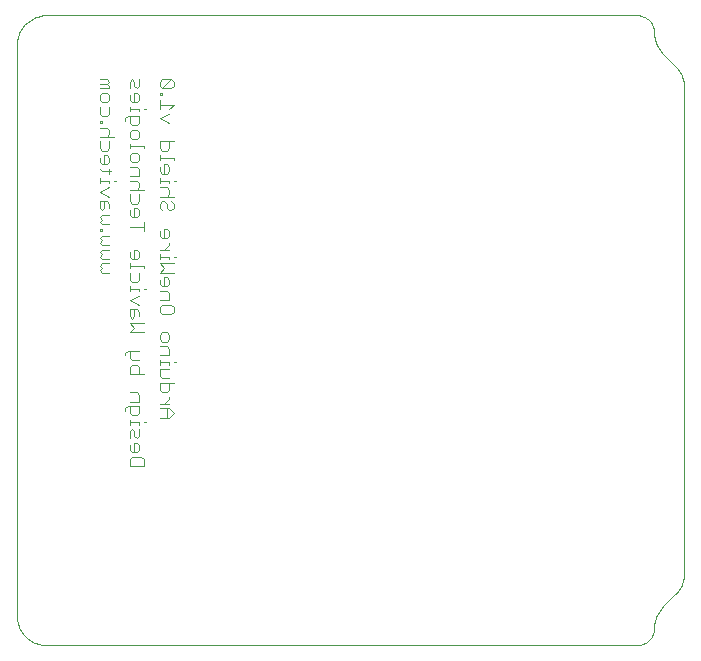
<source format=gbo>
G75*
G70*
%OFA0B0*%
%FSLAX24Y24*%
%IPPOS*%
%LPD*%
%AMOC8*
5,1,8,0,0,1.08239X$1,22.5*
%
%ADD10C,0.0040*%
%ADD11C,0.0000*%
D10*
X004707Y006913D02*
X004707Y007143D01*
X004784Y007220D01*
X005091Y007220D01*
X005168Y007143D01*
X005168Y006913D01*
X004707Y006913D01*
X004784Y007373D02*
X004937Y007373D01*
X005014Y007450D01*
X005014Y007603D01*
X004937Y007680D01*
X004861Y007680D01*
X004861Y007373D01*
X004784Y007373D02*
X004707Y007450D01*
X004707Y007603D01*
X004707Y007834D02*
X004707Y008064D01*
X004784Y008140D01*
X004861Y008064D01*
X004861Y007910D01*
X004937Y007834D01*
X005014Y007910D01*
X005014Y008140D01*
X005014Y008294D02*
X005014Y008371D01*
X004707Y008371D01*
X004707Y008447D02*
X004707Y008294D01*
X004784Y008601D02*
X004707Y008678D01*
X004707Y008908D01*
X004631Y008908D02*
X005014Y008908D01*
X005014Y008678D01*
X004937Y008601D01*
X004784Y008601D01*
X004554Y008754D02*
X004554Y008831D01*
X004631Y008908D01*
X004707Y009061D02*
X005014Y009061D01*
X005014Y009291D01*
X004937Y009368D01*
X004707Y009368D01*
X004707Y009982D02*
X004707Y010212D01*
X004784Y010289D01*
X004937Y010289D01*
X005014Y010212D01*
X005014Y009982D01*
X005168Y009982D02*
X004707Y009982D01*
X004784Y010442D02*
X004707Y010519D01*
X004707Y010749D01*
X004631Y010749D02*
X004554Y010672D01*
X004554Y010596D01*
X004631Y010749D02*
X005014Y010749D01*
X005014Y010442D02*
X004784Y010442D01*
X005707Y010442D02*
X005707Y010289D01*
X005707Y010366D02*
X006014Y010366D01*
X006014Y010289D01*
X006014Y010135D02*
X005707Y010135D01*
X005707Y009905D01*
X005784Y009829D01*
X006014Y009829D01*
X006014Y009675D02*
X006014Y009445D01*
X005937Y009368D01*
X005784Y009368D01*
X005707Y009445D01*
X005707Y009675D01*
X006168Y009675D01*
X006014Y009215D02*
X006014Y009138D01*
X005861Y008985D01*
X006014Y008985D02*
X005707Y008985D01*
X005707Y008831D02*
X006014Y008831D01*
X006168Y008678D01*
X006014Y008524D01*
X005707Y008524D01*
X005937Y008524D02*
X005937Y008831D01*
X005244Y008371D02*
X005168Y008371D01*
X006168Y010366D02*
X006244Y010366D01*
X006014Y010596D02*
X006014Y010826D01*
X005937Y010903D01*
X005707Y010903D01*
X005784Y011056D02*
X005707Y011133D01*
X005707Y011286D01*
X005784Y011363D01*
X005937Y011363D01*
X006014Y011286D01*
X006014Y011133D01*
X005937Y011056D01*
X005784Y011056D01*
X005707Y010596D02*
X006014Y010596D01*
X005168Y011363D02*
X004707Y011363D01*
X004861Y011516D01*
X004707Y011670D01*
X005168Y011670D01*
X005014Y011900D02*
X005014Y012053D01*
X004937Y012130D01*
X004707Y012130D01*
X004707Y011900D01*
X004784Y011823D01*
X004861Y011900D01*
X004861Y012130D01*
X005014Y012284D02*
X004707Y012437D01*
X005014Y012591D01*
X005014Y012744D02*
X005014Y012821D01*
X004707Y012821D01*
X004707Y012897D02*
X004707Y012744D01*
X004784Y013051D02*
X004707Y013128D01*
X004707Y013358D01*
X004707Y013511D02*
X004707Y013665D01*
X004707Y013588D02*
X005168Y013588D01*
X005168Y013511D01*
X005014Y013358D02*
X005014Y013128D01*
X004937Y013051D01*
X004784Y013051D01*
X005168Y012821D02*
X005244Y012821D01*
X005707Y012744D02*
X005937Y012744D01*
X006014Y012667D01*
X006014Y012437D01*
X005707Y012437D01*
X005784Y012284D02*
X006091Y012284D01*
X006168Y012207D01*
X006168Y012054D01*
X006091Y011977D01*
X005784Y011977D01*
X005707Y012054D01*
X005707Y012207D01*
X005784Y012284D01*
X005784Y012898D02*
X005937Y012898D01*
X006014Y012974D01*
X006014Y013128D01*
X005937Y013204D01*
X005861Y013204D01*
X005861Y012898D01*
X005784Y012898D02*
X005707Y012974D01*
X005707Y013128D01*
X005707Y013358D02*
X005861Y013511D01*
X005707Y013665D01*
X006168Y013665D01*
X006014Y013818D02*
X006014Y013895D01*
X005707Y013895D01*
X005707Y013818D02*
X005707Y013972D01*
X005707Y014125D02*
X006014Y014125D01*
X005861Y014125D02*
X006014Y014279D01*
X006014Y014355D01*
X005937Y014509D02*
X005784Y014509D01*
X005707Y014586D01*
X005707Y014739D01*
X005861Y014816D02*
X005861Y014509D01*
X005937Y014509D02*
X006014Y014586D01*
X006014Y014739D01*
X005937Y014816D01*
X005861Y014816D01*
X005784Y015430D02*
X005707Y015506D01*
X005707Y015660D01*
X005784Y015736D01*
X005861Y015736D01*
X005937Y015660D01*
X005937Y015506D01*
X006014Y015430D01*
X006091Y015430D01*
X006168Y015506D01*
X006168Y015660D01*
X006091Y015736D01*
X006168Y015890D02*
X005707Y015890D01*
X005937Y015890D02*
X006014Y015967D01*
X006014Y016120D01*
X005937Y016197D01*
X005707Y016197D01*
X005707Y016350D02*
X005707Y016504D01*
X005707Y016427D02*
X006014Y016427D01*
X006014Y016350D01*
X006168Y016427D02*
X006244Y016427D01*
X005937Y016657D02*
X006014Y016734D01*
X006014Y016887D01*
X005937Y016964D01*
X005861Y016964D01*
X005861Y016657D01*
X005937Y016657D02*
X005784Y016657D01*
X005707Y016734D01*
X005707Y016887D01*
X005707Y017117D02*
X005707Y017271D01*
X005707Y017194D02*
X006168Y017194D01*
X006168Y017117D01*
X005937Y017424D02*
X005784Y017424D01*
X005707Y017501D01*
X005707Y017731D01*
X006168Y017731D01*
X006014Y017731D02*
X006014Y017501D01*
X005937Y017424D01*
X005168Y017501D02*
X005168Y017578D01*
X004707Y017578D01*
X004707Y017654D02*
X004707Y017501D01*
X004784Y017348D02*
X004937Y017348D01*
X005014Y017271D01*
X005014Y017117D01*
X004937Y017041D01*
X004784Y017041D01*
X004707Y017117D01*
X004707Y017271D01*
X004784Y017348D01*
X004784Y017808D02*
X004707Y017885D01*
X004707Y018038D01*
X004784Y018115D01*
X004937Y018115D01*
X005014Y018038D01*
X005014Y017885D01*
X004937Y017808D01*
X004784Y017808D01*
X004784Y018268D02*
X004707Y018345D01*
X004707Y018575D01*
X004631Y018575D02*
X005014Y018575D01*
X005014Y018345D01*
X004937Y018268D01*
X004784Y018268D01*
X004554Y018422D02*
X004554Y018498D01*
X004631Y018575D01*
X004707Y018729D02*
X004707Y018882D01*
X004707Y018805D02*
X005014Y018805D01*
X005014Y018729D01*
X005168Y018805D02*
X005244Y018805D01*
X004937Y019035D02*
X005014Y019112D01*
X005014Y019266D01*
X004937Y019342D01*
X004861Y019342D01*
X004861Y019035D01*
X004937Y019035D02*
X004784Y019035D01*
X004707Y019112D01*
X004707Y019266D01*
X004707Y019496D02*
X004707Y019726D01*
X004784Y019803D01*
X004861Y019726D01*
X004861Y019573D01*
X004937Y019496D01*
X005014Y019573D01*
X005014Y019803D01*
X005707Y019726D02*
X005707Y019573D01*
X005784Y019496D01*
X006091Y019803D01*
X005784Y019803D01*
X005707Y019726D01*
X005784Y019496D02*
X006091Y019496D01*
X006168Y019573D01*
X006168Y019726D01*
X006091Y019803D01*
X005784Y019342D02*
X005707Y019342D01*
X005707Y019266D01*
X005784Y019266D01*
X005784Y019342D01*
X005707Y019112D02*
X005707Y018805D01*
X005707Y018959D02*
X006168Y018959D01*
X006014Y018805D01*
X006014Y018652D02*
X005707Y018499D01*
X006014Y018345D01*
X004937Y016887D02*
X004707Y016887D01*
X004937Y016887D02*
X005014Y016810D01*
X005014Y016580D01*
X004707Y016580D01*
X004707Y016427D02*
X004937Y016427D01*
X005014Y016350D01*
X005014Y016197D01*
X004937Y016120D01*
X005014Y015966D02*
X005014Y015736D01*
X004937Y015660D01*
X004784Y015660D01*
X004707Y015736D01*
X004707Y015966D01*
X004707Y016120D02*
X005168Y016120D01*
X004937Y015506D02*
X004861Y015506D01*
X004861Y015199D01*
X004937Y015199D02*
X004784Y015199D01*
X004707Y015276D01*
X004707Y015429D01*
X004937Y015506D02*
X005014Y015429D01*
X005014Y015276D01*
X004937Y015199D01*
X005168Y015046D02*
X005168Y014739D01*
X005168Y014892D02*
X004707Y014892D01*
X004014Y014970D02*
X003784Y014970D01*
X003707Y015046D01*
X003784Y015123D01*
X003707Y015200D01*
X003784Y015276D01*
X004014Y015276D01*
X004014Y015507D02*
X004014Y015660D01*
X003937Y015737D01*
X003707Y015737D01*
X003707Y015507D01*
X003784Y015430D01*
X003861Y015507D01*
X003861Y015737D01*
X004014Y015890D02*
X003707Y016044D01*
X004014Y016197D01*
X004014Y016351D02*
X004014Y016427D01*
X003707Y016427D01*
X003707Y016351D02*
X003707Y016504D01*
X003784Y016734D02*
X003707Y016811D01*
X003784Y016734D02*
X004091Y016734D01*
X004014Y016658D02*
X004014Y016811D01*
X003937Y016964D02*
X004014Y017041D01*
X004014Y017195D01*
X003937Y017271D01*
X003861Y017271D01*
X003861Y016964D01*
X003937Y016964D02*
X003784Y016964D01*
X003707Y017041D01*
X003707Y017195D01*
X003784Y017425D02*
X003707Y017501D01*
X003707Y017732D01*
X003707Y017885D02*
X004168Y017885D01*
X004014Y017962D02*
X004014Y018115D01*
X003937Y018192D01*
X003707Y018192D01*
X003707Y018346D02*
X003707Y018422D01*
X003784Y018422D01*
X003784Y018346D01*
X003707Y018346D01*
X003784Y018576D02*
X003707Y018652D01*
X003707Y018883D01*
X003784Y019036D02*
X003707Y019113D01*
X003707Y019266D01*
X003784Y019343D01*
X003937Y019343D01*
X004014Y019266D01*
X004014Y019113D01*
X003937Y019036D01*
X003784Y019036D01*
X004014Y018883D02*
X004014Y018652D01*
X003937Y018576D01*
X003784Y018576D01*
X004014Y017962D02*
X003937Y017885D01*
X004014Y017732D02*
X004014Y017501D01*
X003937Y017425D01*
X003784Y017425D01*
X004168Y016427D02*
X004244Y016427D01*
X003784Y014816D02*
X003707Y014816D01*
X003707Y014739D01*
X003784Y014739D01*
X003784Y014816D01*
X003784Y014586D02*
X004014Y014586D01*
X003784Y014586D02*
X003707Y014509D01*
X003784Y014433D01*
X003707Y014356D01*
X003784Y014279D01*
X004014Y014279D01*
X004014Y014126D02*
X003784Y014126D01*
X003707Y014049D01*
X003784Y013972D01*
X003707Y013895D01*
X003784Y013819D01*
X004014Y013819D01*
X004014Y013665D02*
X003784Y013665D01*
X003707Y013589D01*
X003784Y013512D01*
X003707Y013435D01*
X003784Y013358D01*
X004014Y013358D01*
X004707Y013895D02*
X004707Y014048D01*
X004707Y013895D02*
X004784Y013818D01*
X004937Y013818D01*
X005014Y013895D01*
X005014Y014048D01*
X004937Y014125D01*
X004861Y014125D01*
X004861Y013818D01*
X005707Y013358D02*
X006168Y013358D01*
X006168Y013895D02*
X006244Y013895D01*
X004014Y019496D02*
X003707Y019496D01*
X003707Y019650D02*
X003937Y019650D01*
X004014Y019727D01*
X003937Y019803D01*
X003707Y019803D01*
X003937Y019650D02*
X004014Y019573D01*
X004014Y019496D01*
D11*
X001937Y000937D02*
X021602Y000937D01*
X021648Y000939D01*
X021694Y000944D01*
X021739Y000953D01*
X021783Y000966D01*
X021826Y000982D01*
X021868Y001001D01*
X021908Y001023D01*
X021946Y001049D01*
X021983Y001077D01*
X022016Y001109D01*
X022048Y001142D01*
X022076Y001179D01*
X022102Y001217D01*
X022124Y001257D01*
X022143Y001299D01*
X022159Y001342D01*
X022172Y001386D01*
X022181Y001431D01*
X022186Y001477D01*
X022188Y001523D01*
X022480Y002230D02*
X022894Y002644D01*
X023187Y003352D02*
X023187Y003687D01*
X023187Y019523D01*
X022894Y020230D02*
X022480Y020644D01*
X022480Y020645D02*
X022438Y020689D01*
X022400Y020735D01*
X022364Y020784D01*
X022331Y020835D01*
X022302Y020887D01*
X022275Y020942D01*
X022252Y020997D01*
X022232Y021055D01*
X022216Y021113D01*
X022203Y021172D01*
X022194Y021231D01*
X022189Y021292D01*
X022187Y021352D01*
X022188Y021352D02*
X022186Y021398D01*
X022181Y021444D01*
X022172Y021489D01*
X022159Y021533D01*
X022143Y021576D01*
X022124Y021618D01*
X022102Y021658D01*
X022076Y021696D01*
X022048Y021733D01*
X022016Y021766D01*
X021983Y021798D01*
X021946Y021826D01*
X021908Y021852D01*
X021868Y021874D01*
X021826Y021893D01*
X021783Y021909D01*
X021739Y021922D01*
X021694Y021931D01*
X021648Y021936D01*
X021602Y021938D01*
X021602Y021937D02*
X001937Y021937D01*
X001877Y021935D01*
X001816Y021930D01*
X001757Y021921D01*
X001698Y021908D01*
X001639Y021892D01*
X001582Y021872D01*
X001527Y021849D01*
X001472Y021822D01*
X001420Y021793D01*
X001369Y021760D01*
X001320Y021724D01*
X001274Y021686D01*
X001230Y021644D01*
X001188Y021600D01*
X001150Y021554D01*
X001114Y021505D01*
X001081Y021454D01*
X001052Y021402D01*
X001025Y021347D01*
X001002Y021292D01*
X000982Y021235D01*
X000966Y021176D01*
X000953Y021117D01*
X000944Y021058D01*
X000939Y020997D01*
X000937Y020937D01*
X000937Y001937D01*
X000939Y001877D01*
X000944Y001816D01*
X000953Y001757D01*
X000966Y001698D01*
X000982Y001639D01*
X001002Y001582D01*
X001025Y001527D01*
X001052Y001472D01*
X001081Y001420D01*
X001114Y001369D01*
X001150Y001320D01*
X001188Y001274D01*
X001230Y001230D01*
X001274Y001188D01*
X001320Y001150D01*
X001369Y001114D01*
X001420Y001081D01*
X001472Y001052D01*
X001527Y001025D01*
X001582Y001002D01*
X001639Y000982D01*
X001698Y000966D01*
X001757Y000953D01*
X001816Y000944D01*
X001877Y000939D01*
X001937Y000937D01*
X022894Y002645D02*
X022936Y002689D01*
X022974Y002735D01*
X023010Y002784D01*
X023043Y002835D01*
X023072Y002887D01*
X023099Y002942D01*
X023122Y002997D01*
X023142Y003055D01*
X023158Y003113D01*
X023171Y003172D01*
X023180Y003231D01*
X023185Y003292D01*
X023187Y003352D01*
X023187Y003437D02*
X023187Y003687D01*
X022480Y002230D02*
X022438Y002186D01*
X022400Y002140D01*
X022364Y002091D01*
X022331Y002040D01*
X022302Y001988D01*
X022275Y001933D01*
X022252Y001878D01*
X022232Y001820D01*
X022216Y001762D01*
X022203Y001703D01*
X022194Y001644D01*
X022189Y001583D01*
X022187Y001523D01*
X023187Y019523D02*
X023185Y019583D01*
X023180Y019644D01*
X023171Y019703D01*
X023158Y019762D01*
X023142Y019820D01*
X023122Y019878D01*
X023099Y019933D01*
X023072Y019988D01*
X023043Y020040D01*
X023010Y020091D01*
X022974Y020140D01*
X022936Y020186D01*
X022894Y020230D01*
M02*

</source>
